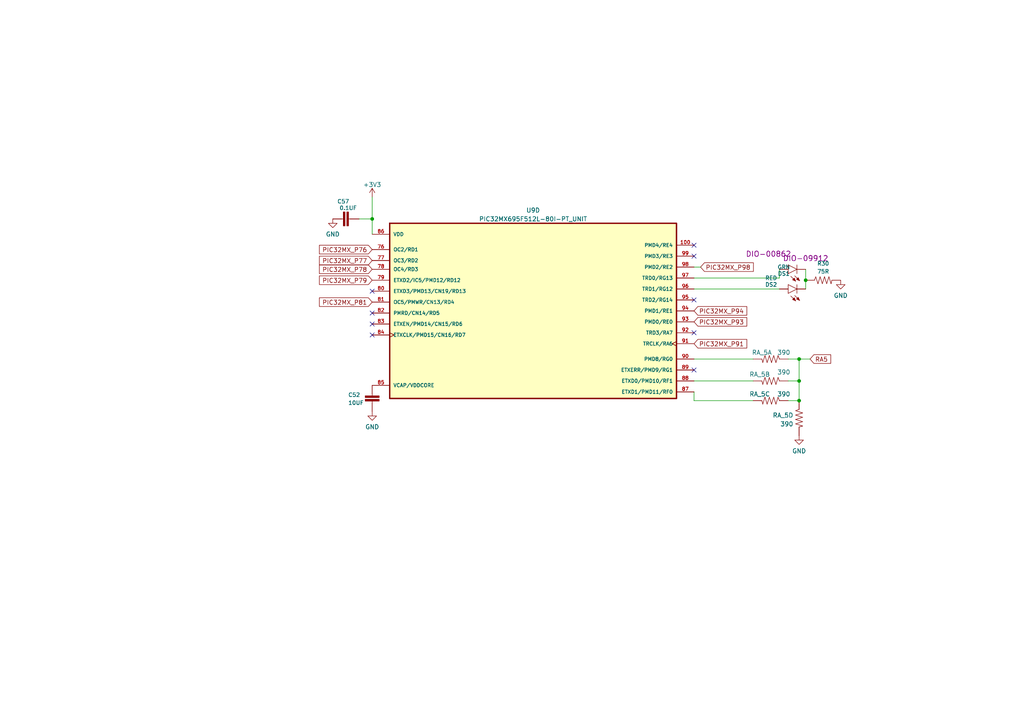
<source format=kicad_sch>
(kicad_sch (version 20230121) (generator eeschema)
  (paper "A4")
  (lib_symbols
    (symbol "MCU_Microchip_PIC32:PIC32MX695F512L-80I-PT_UNIT" (pin_names (offset 1.016))
      (property "Reference" "U9" (at 42.2275 2.506 0))
      (property "Value" "PIC32MX695F512L-80I-PT_UNIT" (at 42.2275 -0.0309 0))
      (symbol "PIC32MX695F512L-80I-PT_UNIT_0_0"
        (rectangle (start 0.635 -1.27) (end 83.82 -52.07) (stroke (width 0.4064)) (fill (type background)))
      )
      (symbol "PIC32MX695F512L-80I-PT_UNIT_1_0"
        (pin bidirectional line (at -4.445 -5.08 0) (length 5.08) (name "AERXERR/RG15") (number "1"))
        (pin bidirectional line (at -4.445 -31.75 0) (length 5.08) (name "ECOL/SCK2A/U2BTX/~{U2ARTS/PMA5/CN8/RG6}") (number "10"))
        (pin bidirectional line (at -4.445 -34.29 0) (length 5.08) (name "ECRS/SDA2A/SDI2A/U2ARX/PMA4/CN9/RG7") (number "11"))
        (pin bidirectional line (at -4.445 -37.465 0) (length 5.08) (name "ERXDV/SCL2A/SDO2A/U2ATX/PMA3/CN10/RG8") (number "12"))
        (pin input line (at -4.445 -41.275 0) (length 5.08) (name "~{MCLR}") (number "13"))
        (pin input clock (at 88.9 -41.91 180) (length 5.08) (name "ERXCLK/~{SS2A/U2BRX/}U2ACTS/PMA2/CN11/RG9") (number "14"))
        (pin power_in line (at 88.9 -39.37 180) (length 5.08) (name "VSS") (number "15"))
        (pin power_in line (at 88.9 -36.195 180) (length 5.08) (name "VDD") (number "16"))
        (pin bidirectional line (at 88.9 -33.02 180) (length 5.08) (name "TMS/RA0") (number "17"))
        (pin input line (at 88.9 -30.48 180) (length 5.08) (name "AERXD0/INT1/RE8") (number "18"))
        (pin input line (at 88.9 -27.94 180) (length 5.08) (name "AERXD1/INT2/RE9") (number "19"))
        (pin power_in line (at -4.445 -9.525 0) (length 5.08) (name "VDD") (number "2"))
        (pin input line (at 88.9 -25.4 180) (length 5.08) (name "AN5/C1IN+/VBUSON/CN7/RB5") (number "20"))
        (pin input line (at 88.9 -21.59 180) (length 5.08) (name "AN4/C1IN-/CN6/RB4") (number "21"))
        (pin input line (at 88.9 -19.05 180) (length 5.08) (name "AN3/C2IN+/CN5/RB3") (number "22"))
        (pin input line (at 88.9 -16.51 180) (length 5.08) (name "AN2/C2IN-/CN4/RB2") (number "23"))
        (pin bidirectional line (at 88.9 -7.62 180) (length 5.08) (name "PGEC1/AN1/CN3/RB1") (number "24"))
        (pin bidirectional line (at 88.9 -5.715 180) (length 5.08) (name "PGED1/AN0/CN2/RB0") (number "25"))
        (pin bidirectional line (at -4.445 -12.7 0) (length 5.08) (name "PMD5/RE5") (number "3"))
        (pin bidirectional line (at -4.445 -14.605 0) (length 5.08) (name "PMD6/RE6") (number "4"))
        (pin bidirectional line (at -4.445 -17.145 0) (length 5.08) (name "PMD7/RE7") (number "5"))
        (pin bidirectional line (at -4.445 -19.685 0) (length 5.08) (name "T2CK/RC1") (number "6"))
        (pin bidirectional line (at -4.445 -22.225 0) (length 5.08) (name "T3CK/RC2") (number "7"))
        (pin bidirectional line (at -4.445 -24.765 0) (length 5.08) (name "T4CK/RC3") (number "8"))
        (pin bidirectional line (at -4.445 -27.305 0) (length 5.08) (name "T5CK/SDI1/RC4") (number "9"))
      )
      (symbol "PIC32MX695F512L-80I-PT_UNIT_2_0"
        (pin bidirectional line (at -4.445 -5.715 0) (length 5.08) (name "PGEC2/AN6/OCFA/RB6") (number "26"))
        (pin bidirectional line (at -4.445 -8.89 0) (length 5.08) (name "PGED2/AN7/RB7") (number "27"))
        (pin bidirectional line (at -4.445 -11.43 0) (length 5.08) (name "VREF-/CVREF-/AERXD2/PMA7/RA9") (number "28"))
        (pin bidirectional line (at -4.445 -14.605 0) (length 5.08) (name "VREF+/CVREF+/AERXD3/PMA6/RA10") (number "29"))
        (pin power_in line (at -4.445 -17.145 0) (length 5.08) (name "AVDD") (number "30"))
        (pin power_in line (at -4.445 -19.685 0) (length 5.08) (name "AVSS") (number "31"))
        (pin bidirectional line (at -4.445 -22.86 0) (length 5.08) (name "AN8/C1OUT/RB8") (number "32"))
        (pin bidirectional line (at -4.445 -25.4 0) (length 5.08) (name "AN9/C2OUT/RB9") (number "33"))
        (pin bidirectional line (at -4.445 -27.94 0) (length 5.08) (name "AN10/CVREFOUT/PMA13/RB10") (number "34"))
        (pin bidirectional line (at -4.445 -30.48 0) (length 5.08) (name "AN11/ERXERR/AETXERR/PMA12/RB11") (number "35"))
        (pin power_in line (at -4.445 -33.02 0) (length 5.08) (name "VSS") (number "36"))
        (pin power_in line (at -4.445 -36.195 0) (length 5.08) (name "VDD") (number "37"))
        (pin bidirectional line (at -4.445 -39.37 0) (length 5.08) (name "TCK/RA1") (number "38"))
        (pin bidirectional line (at 88.9 -39.37 180) (length 5.08) (name "SCK3A/U3BTX/~{U3ARTS/RF13}") (number "39"))
        (pin bidirectional line (at 88.9 -36.195 180) (length 5.08) (name "~{SS3A/U3BRX/}U3ACTS/RF12") (number "40"))
        (pin bidirectional line (at 88.9 -33.02 180) (length 5.08) (name "AN12/ERXD0/AECRS/PMA11/RB12") (number "41"))
        (pin bidirectional line (at 88.9 -30.48 180) (length 5.08) (name "AN13/ERXD1/AECOL/PMA10/RB13") (number "42"))
        (pin bidirectional line (at 88.9 -27.94 180) (length 5.08) (name "AN14/ERXD2/AETXD3/PMALH/PMA1/RB14") (number "43"))
        (pin bidirectional line (at 88.9 -25.4 180) (length 5.08) (name "AN15/ERXD3/AETXD2/OCFB/PMALL/PMA0/CN12/RB15") (number "44"))
        (pin power_in line (at 88.9 -21.59 180) (length 5.08) (name "VSS") (number "45"))
        (pin power_in line (at 88.9 -18.415 180) (length 5.08) (name "VDD") (number "46"))
        (pin bidirectional line (at 88.9 -15.875 180) (length 5.08) (name "AETXD0/~{SS1A/U1BRX/}U1ACTS/CN20/RD14") (number "47"))
        (pin bidirectional line (at 88.9 -13.335 180) (length 5.08) (name "AETXD1/SCK1A/U1BTX/~{U1ARTS/CN21/RD15}") (number "48"))
        (pin bidirectional line (at 88.9 -10.16 180) (length 5.08) (name "SDA3A/SDI3A/U3ARX/PMA9/CN17/RF4") (number "49"))
        (pin input clock (at 88.9 -6.985 180) (length 5.08) (name "SCL3A/SDO3A/U3ATX/PMA8/CN18/RF5") (number "50"))
      )
      (symbol "PIC32MX695F512L-80I-PT_UNIT_3_0"
        (pin bidirectional line (at -4.445 -6.35 0) (length 5.08) (name "USBID/RF3") (number "51"))
        (pin bidirectional line (at -4.445 -8.89 0) (length 5.08) (name "SDA1A/SDI1A/U1ARX/RF2") (number "52"))
        (pin input clock (at -4.445 -11.43 0) (length 5.08) (name "SCL1A/SDO1A/U1ATX/RF8") (number "53"))
        (pin input line (at -4.445 -14.605 0) (length 5.08) (name "VBUS") (number "54"))
        (pin power_in line (at -4.445 -17.145 0) (length 5.08) (name "VUSB") (number "55"))
        (pin bidirectional line (at -4.445 -19.685 0) (length 5.08) (name "D-/RG3") (number "56"))
        (pin bidirectional line (at -4.445 -22.86 0) (length 5.08) (name "D+/RG2") (number "57"))
        (pin input clock (at -4.445 -26.035 0) (length 5.08) (name "SCL2/RA2") (number "58"))
        (pin bidirectional line (at -4.445 -29.21 0) (length 5.08) (name "SDA2/RA3") (number "59"))
        (pin bidirectional line (at -4.445 -32.385 0) (length 5.08) (name "TDI/RA4") (number "60"))
        (pin bidirectional line (at -4.445 -35.56 0) (length 5.08) (name "TDO/RA5") (number "61"))
        (pin power_in line (at -4.445 -38.735 0) (length 5.08) (name "VDD") (number "62"))
        (pin bidirectional clock (at -4.445 -41.91 0) (length 5.08) (name "OSC1/CLKI/RC12") (number "63"))
        (pin bidirectional clock (at 88.9 -41.275 180) (length 5.08) (name "OSC2/CLKO/RC15") (number "64"))
        (pin power_in line (at 88.9 -38.1 180) (length 5.08) (name "VSS") (number "65"))
        (pin input clock (at 88.9 -34.29 180) (length 5.08) (name "AETXCLK/SCL1/INT3/RA14") (number "66"))
        (pin input line (at 88.9 -31.75 180) (length 5.08) (name "AETXEN/SDA1/INT4/RA15") (number "67"))
        (pin bidirectional line (at 88.9 -28.575 180) (length 5.08) (name "RTCC/EMDIO/IC1/RD8") (number "68"))
        (pin bidirectional line (at 88.9 -26.035 180) (length 5.08) (name "~{SS1/IC2/RD9}") (number "69"))
        (pin bidirectional line (at 88.9 -23.495 180) (length 5.08) (name "SCK1/IC3/PMCS2/PMA15/RD10") (number "70"))
        (pin bidirectional line (at 88.9 -19.685 180) (length 5.08) (name "EMDC/IC4/PMCS1/PMA14/RD11") (number "71"))
        (pin input line (at 88.9 -15.875 180) (length 5.08) (name "SDO1/OC1/INT0/RD0") (number "72"))
        (pin bidirectional line (at 88.9 -12.7 180) (length 5.08) (name "SOSCI/CN1/RC13") (number "73"))
        (pin bidirectional line (at 88.9 -9.525 180) (length 5.08) (name "SOSCO/T1CK/CN0/RC14") (number "74"))
        (pin power_in line (at 88.9 -5.715 180) (length 5.08) (name "VSS") (number "75"))
      )
      (symbol "PIC32MX695F512L-80I-PT_UNIT_4_0"
        (pin bidirectional line (at 88.9 -7.62 180) (length 5.08) (name "PMD4/RE4") (number "100"))
        (pin bidirectional line (at -4.445 -8.89 0) (length 5.08) (name "OC2/RD1") (number "76"))
        (pin bidirectional line (at -4.445 -12.065 0) (length 5.08) (name "OC3/RD2") (number "77"))
        (pin bidirectional line (at -4.445 -14.605 0) (length 5.08) (name "OC4/RD3") (number "78"))
        (pin bidirectional line (at -4.445 -17.78 0) (length 5.08) (name "ETXD2/IC5/PMD12/RD12") (number "79"))
        (pin bidirectional line (at -4.445 -20.955 0) (length 5.08) (name "ETXD3/PMD13/CN19/RD13") (number "80"))
        (pin bidirectional line (at -4.445 -24.13 0) (length 5.08) (name "OC5/PMWR/CN13/RD4") (number "81"))
        (pin bidirectional line (at -4.445 -27.305 0) (length 5.08) (name "PMRD/CN14/RD5") (number "82"))
        (pin bidirectional line (at -4.445 -30.48 0) (length 5.08) (name "ETXEN/PMD14/CN15/RD6") (number "83"))
        (pin input clock (at -4.445 -33.655 0) (length 5.08) (name "ETXCLK/PMD15/CN16/RD7") (number "84"))
        (pin unspecified line (at -4.445 -48.26 0) (length 5.08) (name "VCAP/VDDCORE") (number "85"))
        (pin power_in line (at -4.445 -4.445 0) (length 5.08) (name "VDD") (number "86"))
        (pin bidirectional line (at 88.9 -50.165 180) (length 5.08) (name "ETXD1/PMD11/RF0") (number "87"))
        (pin bidirectional line (at 88.9 -46.99 180) (length 5.08) (name "ETXD0/PMD10/RF1") (number "88"))
        (pin bidirectional line (at 88.9 -43.815 180) (length 5.08) (name "ETXERR/PMD9/RG1") (number "89"))
        (pin bidirectional line (at 88.9 -40.64 180) (length 5.08) (name "PMD8/RG0") (number "90"))
        (pin input clock (at 88.9 -36.195 180) (length 5.08) (name "TRCLK/RA6") (number "91"))
        (pin bidirectional line (at 88.9 -33.02 180) (length 5.08) (name "TRD3/RA7") (number "92"))
        (pin bidirectional line (at 88.9 -29.845 180) (length 5.08) (name "PMD0/RE0") (number "93"))
        (pin bidirectional line (at 88.9 -26.67 180) (length 5.08) (name "PMD1/RE1") (number "94"))
        (pin bidirectional line (at 88.9 -23.495 180) (length 5.08) (name "TRD2/RG14") (number "95"))
        (pin bidirectional line (at 88.9 -20.32 180) (length 5.08) (name "TRD1/RG12") (number "96"))
        (pin bidirectional line (at 88.9 -17.145 180) (length 5.08) (name "TRD0/RG13") (number "97"))
        (pin bidirectional line (at 88.9 -13.97 180) (length 5.08) (name "PMD2/RE2") (number "98"))
        (pin bidirectional line (at 88.9 -10.795 180) (length 5.08) (name "PMD3/RE3") (number "99"))
      )
    )
    (symbol "SparkFun-Capacitors:1.0UF-0402-16V-10%" (pin_numbers hide) (pin_names (offset 1.016) hide)
      (property "Reference" "C" (at 1.524 2.921 0))
      (property "Value" "1.0UF-0402-16V-10%" (at 1.524 -2.159 0))
      (property "Field4" "CAP-12417" (at 0 7.62 0))
      (symbol "1.0UF-0402-16V-10%_1_0"
        (polyline (pts (xy 0 0) (xy 0 0.508)))
        (polyline (pts (xy 0 2.54) (xy 0 2.032)))
      )
      (symbol "1.0UF-0402-16V-10%_1_1"
        (rectangle (start -2.032 0.508) (end 2.032 1.016) (fill (type outline)))
        (rectangle (start -2.032 1.524) (end 2.032 2.032) (fill (type outline)))
        (pin passive line (at 0 5.08 270) (length 2.54) (name "1") (number "1"))
        (pin passive line (at 0 -2.54 90) (length 2.54) (name "2") (number "2"))
      )
    )
    (symbol "SparkFun-Capacitors:10UF-0805-10V-10%" (pin_numbers hide) (pin_names (offset 1.016) hide)
      (property "Reference" "C" (at 1.524 2.921 0))
      (property "Value" "10UF-0805-10V-10%" (at 1.524 -2.159 0))
      (property "Field4" "CAP-11330" (at 0 7.62 0))
      (symbol "10UF-0805-10V-10%_1_0"
        (polyline (pts (xy 0 0) (xy 0 0.508)))
        (polyline (pts (xy 0 2.54) (xy 0 2.032)))
      )
      (symbol "10UF-0805-10V-10%_1_1"
        (rectangle (start -2.032 0.508) (end 2.032 1.016) (fill (type outline)))
        (rectangle (start -2.032 1.524) (end 2.032 2.032) (fill (type outline)))
        (pin passive line (at 0 5.08 270) (length 2.54) (name "1") (number "1"))
        (pin passive line (at 0 -2.54 90) (length 2.54) (name "2") (number "2"))
      )
    )
    (symbol "SparkFun-LED:LED-GREEN1206" (pin_numbers hide) (pin_names (offset 1.016) hide)
      (property "Reference" "DS2" (at -4.445 3.175 90))
      (property "Value" "RED" (at -2.54 3.175 90))
      (property "Field4" "DIO-00862" (at 4.445 5.715 90))
      (symbol "LED-GREEN1206_1_0"
        (polyline (pts (xy -2.032 -0.762) (xy -3.429 -2.159)))
        (polyline (pts (xy -1.905 -1.905) (xy -3.302 -3.302)))
        (polyline (pts (xy 0 -2.54) (xy -1.27 -2.54)))
        (polyline (pts (xy 0 -2.54) (xy -1.27 0)))
        (polyline (pts (xy 1.27 -2.54) (xy 0 -2.54)))
        (polyline (pts (xy 1.27 0) (xy -1.27 0)))
        (polyline (pts (xy 1.27 0) (xy 0 -2.54)))
      )
      (symbol "LED-GREEN1206_1_1"
        (polyline (pts (xy -3.429 -2.159) (xy -3.048 -1.27) (xy -3.048 -1.27) (xy -2.54 -1.778) (xy -2.54 -1.778) (xy -3.429 -2.159)) (fill (type outline)))
        (polyline (pts (xy -3.302 -3.302) (xy -2.921 -2.413) (xy -2.921 -2.413) (xy -2.413 -2.921) (xy -2.413 -2.921) (xy -3.302 -3.302)) (fill (type outline)))
        (pin passive line (at 0 2.54 270) (length 2.54) (name "A") (number "1"))
        (pin passive line (at 0 -5.08 90) (length 2.54) (name "C") (number "2"))
      )
    )
    (symbol "SparkFun-LED:LED-RED1206" (pin_numbers hide) (pin_names (offset 1.016) hide)
      (property "Reference" "DS1" (at 4.445 1.27 90))
      (property "Value" "GRN" (at 6.35 1.27 90))
      (property "Field4" "DIO-09912" (at 8.89 -5.08 90))
      (symbol "LED-RED1206_1_0"
        (polyline (pts (xy -2.032 -0.762) (xy -3.429 -2.159)))
        (polyline (pts (xy -1.905 -1.905) (xy -3.302 -3.302)))
        (polyline (pts (xy 0 -2.54) (xy -1.27 -2.54)))
        (polyline (pts (xy 0 -2.54) (xy -1.27 0)))
        (polyline (pts (xy 1.27 -2.54) (xy 0 -2.54)))
        (polyline (pts (xy 1.27 0) (xy -1.27 0)))
        (polyline (pts (xy 1.27 0) (xy 0 -2.54)))
      )
      (symbol "LED-RED1206_1_1"
        (polyline (pts (xy -3.429 -2.159) (xy -3.048 -1.27) (xy -3.048 -1.27) (xy -2.54 -1.778) (xy -2.54 -1.778) (xy -3.429 -2.159)) (fill (type outline)))
        (polyline (pts (xy -3.302 -3.302) (xy -2.921 -2.413) (xy -2.921 -2.413) (xy -2.413 -2.921) (xy -2.413 -2.921) (xy -3.302 -3.302)) (fill (type outline)))
        (pin passive line (at 0 2.54 270) (length 2.54) (name "A") (number "1"))
        (pin passive line (at 0 -5.08 90) (length 2.54) (name "C") (number "2"))
      )
    )
    (symbol "SparkFun-Resistors:RESISTOR0805" (pin_numbers hide) (pin_names (offset 1.016) hide)
      (property "Reference" "R" (at -5.08 1.27 0))
      (property "Value" "RESISTOR0805" (at -5.08 -3.81 0))
      (property "Field4" " " (at 0 5.08 0))
      (symbol "RESISTOR0805_1_0"
        (polyline (pts (xy -2.54 0) (xy -2.159 1.016)))
        (polyline (pts (xy -2.159 1.016) (xy -1.524 -1.016)))
        (polyline (pts (xy -1.524 -1.016) (xy -0.889 1.016)))
        (polyline (pts (xy -0.889 1.016) (xy -0.254 -1.016)))
        (polyline (pts (xy -0.254 -1.016) (xy 0.381 1.016)))
        (polyline (pts (xy 0.381 1.016) (xy 1.016 -1.016)))
        (polyline (pts (xy 1.016 -1.016) (xy 1.651 1.016)))
        (polyline (pts (xy 1.651 1.016) (xy 2.286 -1.016)))
        (polyline (pts (xy 2.286 -1.016) (xy 2.54 0)))
      )
      (symbol "RESISTOR0805_1_1"
        (pin passive line (at -5.08 0 0) (length 2.54) (name "1") (number "1"))
        (pin passive line (at 5.08 0 180) (length 2.54) (name "2") (number "2"))
      )
    )
    (symbol "SparkFun-Resistors:RESISTOR_ARRAY_0402_x_4_"
      (property "Reference" "RA_" (at 0 1.905 0))
      (property "Value" "RESISTOR_ARRAY_0402_x_4_" (at 0 -10.16 0))
      (symbol "RESISTOR_ARRAY_0402_x_4__1_0"
        (polyline (pts (xy -0.635 0) (xy -0.254 1.016)))
        (polyline (pts (xy -0.254 1.016) (xy 0.381 -1.016)))
        (polyline (pts (xy 0.381 -1.016) (xy 1.016 1.016)))
        (polyline (pts (xy 1.016 1.016) (xy 1.651 -1.016)))
        (polyline (pts (xy 1.651 -1.016) (xy 2.286 1.016)))
        (polyline (pts (xy 2.286 1.016) (xy 2.921 -1.016)))
        (polyline (pts (xy 2.921 -1.016) (xy 3.556 1.016)))
        (polyline (pts (xy 3.556 1.016) (xy 4.191 -1.016)))
        (polyline (pts (xy 4.191 -1.016) (xy 4.445 0)))
      )
      (symbol "RESISTOR_ARRAY_0402_x_4__1_1"
        (pin passive line (at -3.175 0 0) (length 2.54) (name "1") (number "1"))
        (pin passive line (at 6.985 0 180) (length 2.54) (name "2") (number "8"))
      )
      (symbol "RESISTOR_ARRAY_0402_x_4__2_0"
        (polyline (pts (xy -0.635 0) (xy -0.254 1.016)))
        (polyline (pts (xy -0.254 1.016) (xy 0.381 -1.016)))
        (polyline (pts (xy 0.381 -1.016) (xy 1.016 1.016)))
        (polyline (pts (xy 1.016 1.016) (xy 1.651 -1.016)))
        (polyline (pts (xy 1.651 -1.016) (xy 2.286 1.016)))
        (polyline (pts (xy 2.286 1.016) (xy 2.921 -1.016)))
        (polyline (pts (xy 2.921 -1.016) (xy 3.556 1.016)))
        (polyline (pts (xy 3.556 1.016) (xy 4.191 -1.016)))
        (polyline (pts (xy 4.191 -1.016) (xy 4.445 0)))
      )
      (symbol "RESISTOR_ARRAY_0402_x_4__2_1"
        (pin passive line (at -3.175 0 0) (length 2.54) (name "1") (number "2"))
        (pin passive line (at 6.985 0 180) (length 2.54) (name "2") (number "7"))
      )
      (symbol "RESISTOR_ARRAY_0402_x_4__3_0"
        (polyline (pts (xy -0.635 0) (xy -0.254 1.016)))
        (polyline (pts (xy -0.254 1.016) (xy 0.381 -1.016)))
        (polyline (pts (xy 0.381 -1.016) (xy 1.016 1.016)))
        (polyline (pts (xy 1.016 1.016) (xy 1.651 -1.016)))
        (polyline (pts (xy 1.651 -1.016) (xy 2.286 1.016)))
        (polyline (pts (xy 2.286 1.016) (xy 2.921 -1.016)))
        (polyline (pts (xy 2.921 -1.016) (xy 3.556 1.016)))
        (polyline (pts (xy 3.556 1.016) (xy 4.191 -1.016)))
        (polyline (pts (xy 4.191 -1.016) (xy 4.445 0)))
      )
      (symbol "RESISTOR_ARRAY_0402_x_4__3_1"
        (pin passive line (at -3.175 0 0) (length 2.54) (name "1") (number "3"))
        (pin passive line (at 6.985 0 180) (length 2.54) (name "2") (number "6"))
      )
      (symbol "RESISTOR_ARRAY_0402_x_4__4_0"
        (polyline (pts (xy -0.635 0) (xy -0.254 1.016)))
        (polyline (pts (xy -0.254 1.016) (xy 0.381 -1.016)))
        (polyline (pts (xy 0.381 -1.016) (xy 1.016 1.016)))
        (polyline (pts (xy 1.016 1.016) (xy 1.651 -1.016)))
        (polyline (pts (xy 1.651 -1.016) (xy 2.286 1.016)))
        (polyline (pts (xy 2.286 1.016) (xy 2.921 -1.016)))
        (polyline (pts (xy 2.921 -1.016) (xy 3.556 1.016)))
        (polyline (pts (xy 3.556 1.016) (xy 4.191 -1.016)))
        (polyline (pts (xy 4.191 -1.016) (xy 4.445 0)))
      )
      (symbol "RESISTOR_ARRAY_0402_x_4__4_1"
        (pin passive line (at -3.175 0 0) (length 2.54) (name "1") (number "4"))
        (pin passive line (at 6.985 0 180) (length 2.54) (name "2") (number "5"))
      )
    )
    (symbol "power:+3V3" (power) (pin_names (offset 0))
      (property "Value" "+3V3" (at 0 3.556 0))
      (symbol "+3V3_0_1"
        (polyline (pts (xy -0.762 1.27) (xy 0 2.54)))
        (polyline (pts (xy 0 0) (xy 0 2.54)))
        (polyline (pts (xy 0 2.54) (xy 0.762 1.27)))
      )
      (symbol "+3V3_1_1"
        (pin power_in line (at 0 0 90) (length 0) hide (name "+3V3") (number "1"))
      )
    )
    (symbol "power:GND" (power) (pin_names (offset 0))
      (property "Value" "GND" (at 0 -3.81 0))
      (symbol "GND_0_1"
        (polyline (pts (xy 0 0) (xy 0 -1.27) (xy 1.27 -1.27) (xy 0 -2.54) (xy -1.27 -1.27) (xy 0 -1.27)))
      )
      (symbol "GND_1_1"
        (pin power_in line (at 0 0 270) (length 0) hide (name "GND") (number "1"))
      )
    )
  )
  (junction (at 231.775 116.205))
  (junction (at 107.95 63.5))
  (junction (at 233.68 81.28))
  (junction (at 231.775 104.14))
  (junction (at 231.775 110.49))
  (no_connect (at 201.295 74.295))
  (no_connect (at 201.295 86.995))
  (no_connect (at 201.295 107.315))
  (no_connect (at 107.95 97.155))
  (no_connect (at 107.95 93.98))
  (no_connect (at 107.95 90.805))
  (no_connect (at 201.295 71.12))
  (no_connect (at 107.95 84.455))
  (no_connect (at 201.295 96.52))
  (wire (pts (xy 231.775 104.14) (xy 231.775 110.49)))
  (wire (pts (xy 218.44 116.205) (xy 201.295 116.205)))
  (wire (pts (xy 107.95 57.15) (xy 107.95 63.5)))
  (wire (pts (xy 233.68 78.105) (xy 233.68 81.28)))
  (wire (pts (xy 107.95 63.5) (xy 107.95 67.945)))
  (wire (pts (xy 231.775 110.49) (xy 228.6 110.49)))
  (wire (pts (xy 201.295 104.14) (xy 218.44 104.14)))
  (wire (pts (xy 201.295 83.82) (xy 226.06 83.82)))
  (wire (pts (xy 201.295 80.645) (xy 226.06 80.645)))
  (wire (pts (xy 231.775 116.205) (xy 228.6 116.205)))
  (wire (pts (xy 104.14 63.5) (xy 107.95 63.5)))
  (wire (pts (xy 234.95 104.14) (xy 231.775 104.14)))
  (wire (pts (xy 233.68 81.28) (xy 233.68 83.82)))
  (wire (pts (xy 226.06 78.105) (xy 226.06 80.645)))
  (wire (pts (xy 201.295 116.205) (xy 201.295 113.665)))
  (wire (pts (xy 231.775 110.49) (xy 231.775 116.205)))
  (wire (pts (xy 231.775 104.14) (xy 228.6 104.14)))
  (wire (pts (xy 203.2 77.47) (xy 201.295 77.47)))
  (wire (pts (xy 201.295 110.49) (xy 218.44 110.49)))
  (global_label "RA5" (shape input) (at 234.95 104.14 0) (property "Intersheetrefs" "${INTERSHEET_REFS}" (effects hide)))
  (global_label "PIC32MX_P76" (shape input) (at 107.95 72.39 180) (property "Intersheetrefs" "${INTERSHEET_REFS}" (effects hide)))
  (global_label "PIC32MX_P94" (shape input) (at 201.295 90.17 0) (property "Intersheetrefs" "${INTERSHEET_REFS}" (effects hide)))
  (global_label "PIC32MX_P93" (shape input) (at 201.295 93.345 0) (property "Intersheetrefs" "${INTERSHEET_REFS}" (effects hide)))
  (global_label "PIC32MX_P98" (shape input) (at 203.2 77.47 0) (property "Intersheetrefs" "${INTERSHEET_REFS}" (effects hide)))
  (global_label "PIC32MX_P77" (shape input) (at 107.95 75.565 180) (property "Intersheetrefs" "${INTERSHEET_REFS}" (effects hide)))
  (global_label "PIC32MX_P91" (shape input) (at 201.295 99.695 0) (property "Intersheetrefs" "${INTERSHEET_REFS}" (effects hide)))
  (global_label "PIC32MX_P78" (shape input) (at 107.95 78.105 180) (property "Intersheetrefs" "${INTERSHEET_REFS}" (effects hide)))
  (global_label "PIC32MX_P81" (shape input) (at 107.95 87.63 180) (property "Intersheetrefs" "${INTERSHEET_REFS}" (effects hide)))
  (global_label "PIC32MX_P79" (shape input) (at 107.95 81.28 180) (property "Intersheetrefs" "${INTERSHEET_REFS}" (effects hide)))
  (symbol (lib_id "SparkFun-LED:LED-RED1206") (at 228.6 83.82 90) (unit 1)
    (property "Reference" "DS1" (at 227.33 79.375 90) (effects (font (size 1.143 1.143))))
    (property "Value" "GRN" (at 227.33 77.47 90) (effects (font (size 1.143 1.143))))
    (property "Footprint" "LED_SMD:LED_1206_3216Metric" (effects hide))
    (property "Field4" "DIO-09912" (at 233.68 74.93 90) (effects (font (size 1.524 1.524))))
  )
  (symbol (lib_id "power:GND") (at 107.95 119.38 0) (unit 1)
    (property "Reference" "#PWR0194" (effects hide))
    (property "Value" "GND" (at 107.95 123.8234 0))
  )
  (symbol (lib_id "MCU_Microchip_PIC32:PIC32MX695F512L-80I-PT_UNIT") (at 112.395 63.5 0) (unit 4)
    (property "Reference" "U9" (at 154.6225 60.994 0))
    (property "Value" "PIC32MX695F512L-80I-PT_UNIT" (at 154.6225 63.5309 0))
    (property "Footprint" "Package_QFP:TQFP-100_12x12mm_P0.4mm" (effects hide))
  )
  (symbol (lib_id "power:GND") (at 243.84 81.28 0) (unit 1)
    (property "Reference" "#PWR0191" (effects hide))
    (property "Value" "GND" (at 243.84 85.7234 0))
  )
  (symbol (lib_id "power:GND") (at 96.52 63.5 0) (unit 1)
    (property "Reference" "#PWR0192" (effects hide))
    (property "Value" "GND" (at 96.52 67.9434 0))
  )
  (symbol (lib_id "SparkFun-Capacitors:1.0UF-0402-16V-10%") (at 99.06 63.5 270) (unit 1)
    (property "Reference" "C57" (at 97.79 58.42 90) (effects (font (size 1.143 1.143)) (justify left)))
    (property "Value" "0.1UF" (at 98.425 60.325 90) (effects (font (size 1.143 1.143)) (justify left)))
    (property "Footprint" "Capacitor_SMD:C_0402_1005Metric" (effects hide))
  )
  (symbol (lib_id "SparkFun-LED:LED-GREEN1206") (at 228.6 78.105 90) (unit 1)
    (property "Reference" "DS2" (at 225.425 82.55 90) (effects (font (size 1.143 1.143)) (justify left)))
    (property "Value" "RED" (at 225.425 80.645 90) (effects (font (size 1.143 1.143)) (justify left)))
    (property "Footprint" "LED_SMD:LED_1206_3216Metric" (effects hide))
    (property "Field4" "DIO-00862" (at 222.885 73.66 90) (effects (font (size 1.524 1.524))))
  )
  (symbol (lib_id "power:+3V3") (at 107.95 57.15 0) (unit 1)
    (property "Reference" "#PWR0193" (effects hide))
    (property "Value" "+3V3" (at 107.95 53.5742 0))
  )
  (symbol (lib_id "SparkFun-Capacitors:10UF-0805-10V-10%") (at 107.95 116.84 0) (unit 1)
    (property "Reference" "C52" (at 100.965 114.5314 0) (effects (font (size 1.143 1.143)) (justify left)))
    (property "Value" "10UF" (at 100.965 116.84 0) (effects (font (size 1.143 1.143)) (justify left)))
    (property "Footprint" "Capacitor_SMD:C_0805_2012Metric" (effects hide))
  )
  (symbol (lib_id "SparkFun-Resistors:RESISTOR_ARRAY_0402_x_4_") (at 231.775 119.38 90) (mirror x) (unit 4)
    (property "Reference" "RA_5" (at 230.124 120.4503 90) (effects (justify left)))
    (property "Value" "390" (at 230.124 122.9872 90) (effects (justify left)))
    (property "Footprint" "Resistor_SMD:R_Array_Convex_4x0402" (effects hide))
  )
  (symbol (lib_id "SparkFun-Resistors:RESISTOR_ARRAY_0402_x_4_") (at 225.425 110.49 0) (mirror y) (unit 2)
    (property "Reference" "RA_5" (at 220.345 108.585 0))
    (property "Value" "390" (at 227.33 107.95 0))
    (property "Footprint" "Resistor_SMD:R_Array_Convex_4x0402" (effects hide))
  )
  (symbol (lib_id "power:GND") (at 231.775 126.365 0) (unit 1)
    (property "Reference" "#PWR0190" (effects hide))
    (property "Value" "GND" (at 231.775 130.8084 0))
  )
  (symbol (lib_id "SparkFun-Resistors:RESISTOR0805") (at 238.76 81.28 0) (unit 1)
    (property "Reference" "R30" (at 238.76 76.4314 0) (effects (font (size 1.143 1.143))))
    (property "Value" "75R" (at 238.76 78.74 0) (effects (font (size 1.143 1.143))))
    (property "Footprint" "Resistor_SMD:R_0402_1005Metric" (effects hide))
    (property "Field4" " " (at 238.76 81.391 0) (effects (font (size 1.524 1.524))))
  )
  (symbol (lib_id "SparkFun-Resistors:RESISTOR_ARRAY_0402_x_4_") (at 225.425 104.14 0) (mirror y) (unit 1)
    (property "Reference" "RA_5" (at 220.98 102.235 0))
    (property "Value" "390" (at 227.33 102.235 0))
    (property "Footprint" "Resistor_SMD:R_Array_Convex_4x0402" (effects hide))
  )
  (symbol (lib_id "SparkFun-Resistors:RESISTOR_ARRAY_0402_x_4_") (at 225.425 116.205 0) (mirror y) (unit 3)
    (property "Reference" "RA_5" (at 220.345 114.3 0))
    (property "Value" "390" (at 227.33 114.3 0))
    (property "Footprint" "Resistor_SMD:R_Array_Convex_4x0402" (effects hide))
  )
)
</source>
